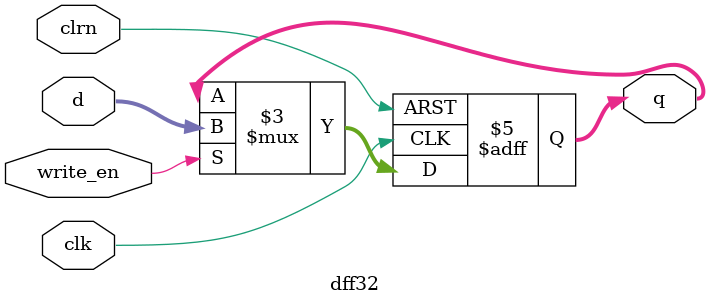
<source format=v>
`timescale 1ns / 1ps
module dff32(d,clk,clrn,q,write_en
    );
	 input [31:0] d;
	 input clk,clrn,write_en;
	 output [31:0] q;
    reg [31:0] q;
    always @ (negedge clrn or posedge clk)
	 if(clrn==0)
	     begin
		      q<=0;
		  end
    else if(write_en)
        begin		      
		      q<=d;
		  end	 
endmodule


</source>
